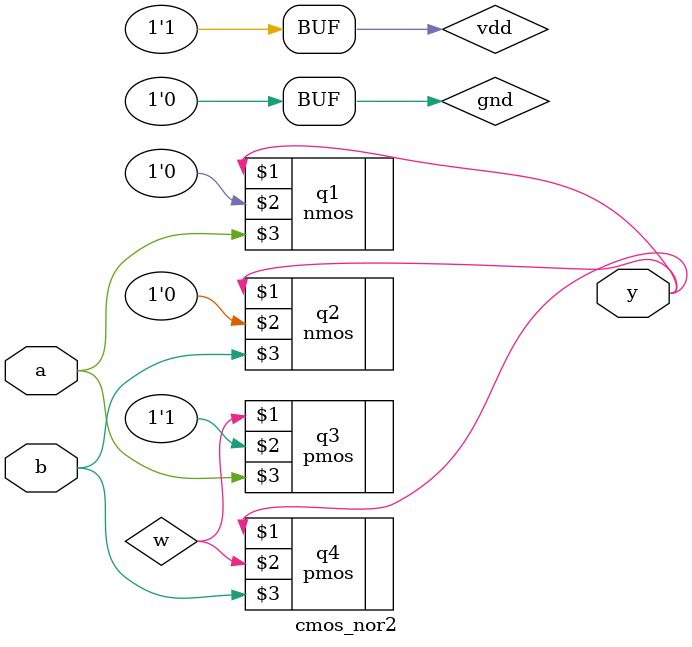
<source format=v>
module cmos_nor2(input a, b, output y);
	supply1 vdd;
	supply0 gnd;
	wire w;

	nmos q1(y, gnd, a);
	nmos q2(y, gnd, b);

	pmos q3(w, vdd, a);
	pmos q4(y, w, b);
endmodule


</source>
